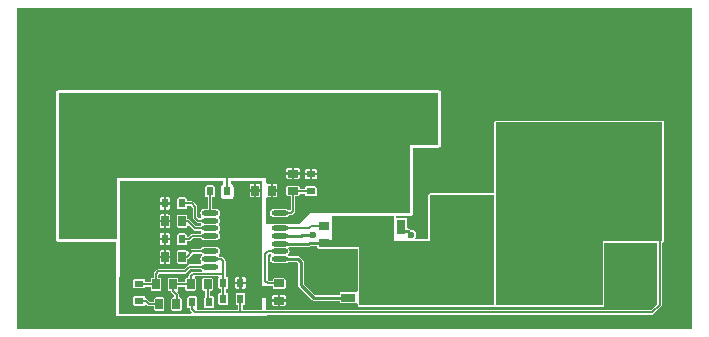
<source format=gtl>
G04 Layer_Physical_Order=1*
G04 Layer_Color=255*
%FSTAX44Y44*%
%MOMM*%
G71*
G01*
G75*
G04:AMPARAMS|DCode=10|XSize=0.85mm|YSize=0.6mm|CornerRadius=0.003mm|HoleSize=0mm|Usage=FLASHONLY|Rotation=90.000|XOffset=0mm|YOffset=0mm|HoleType=Round|Shape=RoundedRectangle|*
%AMROUNDEDRECTD10*
21,1,0.8500,0.5940,0,0,90.0*
21,1,0.8440,0.6000,0,0,90.0*
1,1,0.0060,0.2970,0.4220*
1,1,0.0060,0.2970,-0.4220*
1,1,0.0060,-0.2970,-0.4220*
1,1,0.0060,-0.2970,0.4220*
%
%ADD10ROUNDEDRECTD10*%
G04:AMPARAMS|DCode=11|XSize=0.85mm|YSize=0.6mm|CornerRadius=0.003mm|HoleSize=0mm|Usage=FLASHONLY|Rotation=180.000|XOffset=0mm|YOffset=0mm|HoleType=Round|Shape=RoundedRectangle|*
%AMROUNDEDRECTD11*
21,1,0.8500,0.5940,0,0,180.0*
21,1,0.8440,0.6000,0,0,180.0*
1,1,0.0060,-0.4220,0.2970*
1,1,0.0060,0.4220,0.2970*
1,1,0.0060,0.4220,-0.2970*
1,1,0.0060,-0.4220,-0.2970*
%
%ADD11ROUNDEDRECTD11*%
%ADD12R,1.8500X3.2500*%
%ADD13R,1.9500X4.2500*%
G04:AMPARAMS|DCode=14|XSize=2.1mm|YSize=4.2mm|CornerRadius=0.0105mm|HoleSize=0mm|Usage=FLASHONLY|Rotation=180.000|XOffset=0mm|YOffset=0mm|HoleType=Round|Shape=RoundedRectangle|*
%AMROUNDEDRECTD14*
21,1,2.1000,4.1790,0,0,180.0*
21,1,2.0790,4.2000,0,0,180.0*
1,1,0.0210,-1.0395,2.0895*
1,1,0.0210,1.0395,2.0895*
1,1,0.0210,1.0395,-2.0895*
1,1,0.0210,-1.0395,-2.0895*
%
%ADD14ROUNDEDRECTD14*%
G04:AMPARAMS|DCode=15|XSize=8.2mm|YSize=3.3mm|CornerRadius=0.0165mm|HoleSize=0mm|Usage=FLASHONLY|Rotation=90.000|XOffset=0mm|YOffset=0mm|HoleType=Round|Shape=RoundedRectangle|*
%AMROUNDEDRECTD15*
21,1,8.2000,3.2670,0,0,90.0*
21,1,8.1670,3.3000,0,0,90.0*
1,1,0.0330,1.6335,4.0835*
1,1,0.0330,1.6335,-4.0835*
1,1,0.0330,-1.6335,-4.0835*
1,1,0.0330,-1.6335,4.0835*
%
%ADD15ROUNDEDRECTD15*%
%ADD16R,0.6500X1.2000*%
%ADD17R,1.2000X0.6500*%
G04:AMPARAMS|DCode=18|XSize=0.75mm|YSize=0.55mm|CornerRadius=0.0028mm|HoleSize=0mm|Usage=FLASHONLY|Rotation=90.000|XOffset=0mm|YOffset=0mm|HoleType=Round|Shape=RoundedRectangle|*
%AMROUNDEDRECTD18*
21,1,0.7500,0.5445,0,0,90.0*
21,1,0.7445,0.5500,0,0,90.0*
1,1,0.0055,0.2722,0.3723*
1,1,0.0055,0.2722,-0.3723*
1,1,0.0055,-0.2722,-0.3723*
1,1,0.0055,-0.2722,0.3723*
%
%ADD18ROUNDEDRECTD18*%
G04:AMPARAMS|DCode=19|XSize=0.75mm|YSize=0.55mm|CornerRadius=0.0028mm|HoleSize=0mm|Usage=FLASHONLY|Rotation=0.000|XOffset=0mm|YOffset=0mm|HoleType=Round|Shape=RoundedRectangle|*
%AMROUNDEDRECTD19*
21,1,0.7500,0.5445,0,0,0.0*
21,1,0.7445,0.5500,0,0,0.0*
1,1,0.0055,0.3723,-0.2722*
1,1,0.0055,-0.3723,-0.2722*
1,1,0.0055,-0.3723,0.2722*
1,1,0.0055,0.3723,0.2722*
%
%ADD19ROUNDEDRECTD19*%
%ADD20R,2.4600X2.3100*%
%ADD21O,1.4000X0.4500*%
%ADD22C,0.2540*%
%ADD23C,0.1270*%
%ADD24C,1.0000*%
%ADD25C,2.5000*%
G04:AMPARAMS|DCode=26|XSize=2.5mm|YSize=2.5mm|CornerRadius=0.625mm|HoleSize=0mm|Usage=FLASHONLY|Rotation=90.000|XOffset=0mm|YOffset=0mm|HoleType=Round|Shape=RoundedRectangle|*
%AMROUNDEDRECTD26*
21,1,2.5000,1.2500,0,0,90.0*
21,1,1.2500,2.5000,0,0,90.0*
1,1,1.2500,0.6250,0.6250*
1,1,1.2500,0.6250,-0.6250*
1,1,1.2500,-0.6250,-0.6250*
1,1,1.2500,-0.6250,0.6250*
%
%ADD26ROUNDEDRECTD26*%
%ADD27C,0.6000*%
%ADD28C,0.5000*%
G36*
X07024Y08584D02*
Y0854D01*
X0700009Y0854D01*
Y08482D01*
X06915781Y08482D01*
X06906868Y08472443D01*
X06895544Y08472553D01*
X0689475Y08472711D01*
X0688525D01*
X06884976Y08472657D01*
X0687875Y08472718D01*
X0687875Y08494724D01*
X06879876Y08495437D01*
X0688002Y08495448D01*
X0688053Y08495346D01*
X06882484D01*
Y08501151D01*
Y08506955D01*
X0688053D01*
X0688002Y08506854D01*
X06879876Y08506865D01*
X0687875Y08507578D01*
X0687875Y085115D01*
X068275Y085115D01*
X0675225D01*
Y0846D01*
X06703D01*
Y08584D01*
X07024Y08584D01*
D02*
G37*
G36*
X07071Y08404D02*
X0695725Y08404D01*
X0695725Y0845325D01*
X06923Y0845325D01*
X06923Y084595D01*
X0693399Y08459501D01*
X06934068Y08480001D01*
X069865Y0848D01*
Y084585D01*
X07017D01*
Y0849751D01*
X07071D01*
X07071Y08404D01*
D02*
G37*
G36*
X06921625Y0845325D02*
X06921833Y0845275D01*
X06922028Y08452278D01*
X06922028Y08452278D01*
X06922028Y08452278D01*
X069225Y08452083D01*
X06923Y08451876D01*
X06955875Y08451875D01*
X06955875Y08416027D01*
X06954605Y08415007D01*
X0694073D01*
Y08413077D01*
X06920085D01*
X0691083Y08422332D01*
Y08440259D01*
X06910633Y08441251D01*
X06910071Y0844209D01*
X06907209Y08444954D01*
X06906368Y08445515D01*
X06905377Y08445712D01*
X06897728D01*
X06897195Y08446848D01*
X06897335Y08447156D01*
X06898066Y08448249D01*
X06898339Y08449622D01*
X06898066Y08450996D01*
X06897288Y0845216D01*
X06897897Y08453281D01*
X06898106Y08453533D01*
X06914373D01*
X06915364Y0845373D01*
X0691569Y08453948D01*
X06921625D01*
X06921625Y0845325D01*
D02*
G37*
G36*
X07214Y0845825D02*
X0716325D01*
Y08404D01*
X07073D01*
Y08559D01*
X07214D01*
Y0845825D01*
D02*
G37*
G36*
X07209808Y08405189D02*
X07204561Y08399942D01*
X06878D01*
Y08420016D01*
X06879262Y08420701D01*
X06880005Y08420552D01*
X06880005Y08420552D01*
X06883873D01*
Y08419525D01*
X06884285Y0841853D01*
X0688528Y08418118D01*
X0689372D01*
X06894715Y0841853D01*
X06895127Y08419525D01*
Y08425465D01*
X06894715Y0842646D01*
X0689372Y08426872D01*
X0688528D01*
X06884285Y0842646D01*
X06883873Y08425465D01*
Y08424437D01*
X06880809D01*
X06879692Y08425554D01*
Y08446445D01*
X06880927Y0844768D01*
X06882314D01*
X06882712Y08447085D01*
X06882828Y08447007D01*
Y08445947D01*
X06882665Y08445589D01*
X06881934Y08444496D01*
X06881661Y08443123D01*
X06881934Y08441749D01*
X06882712Y08440585D01*
X06883876Y08439807D01*
X0688525Y08439534D01*
X0689475D01*
X06896124Y08439807D01*
X0689721Y08440533D01*
X06904305D01*
X06905651Y08439187D01*
Y0842126D01*
X06905848Y08420269D01*
X06906409Y08419428D01*
X06917181Y08408656D01*
X06918022Y08408094D01*
X06919013Y08407897D01*
X0694073D01*
Y08405967D01*
X0695527D01*
X06955875Y08404948D01*
Y08404D01*
X06956278Y08403028D01*
X0695725Y08402625D01*
X07071Y08402625D01*
X07072028Y08403028D01*
X07073Y08402625D01*
X0716325D01*
X07164222Y08403028D01*
X07164625Y08404D01*
Y08456876D01*
X07209808D01*
Y08405189D01*
D02*
G37*
G36*
X06842263Y0850891D02*
Y08506741D01*
X06841776Y08506644D01*
X06840927Y08506077D01*
X06840359Y08505227D01*
X0684016Y08504225D01*
Y0849678D01*
X06840359Y08495779D01*
X06840927Y08494929D01*
X06841776Y08494362D01*
X06842778Y08494163D01*
X06848223D01*
X06849224Y08494362D01*
X06850073Y08494929D01*
X06850641Y08495779D01*
X0685084Y0849678D01*
Y08504225D01*
X06850641Y08505227D01*
X06850073Y08506077D01*
X06849224Y08506644D01*
X06848737Y08506741D01*
Y0850891D01*
X06875Y0850891D01*
Y08399942D01*
X06858692D01*
Y08404147D01*
X06859473D01*
X06860466Y08404557D01*
X06860877Y08405551D01*
Y08412996D01*
X06860466Y08413989D01*
X06859473Y084144D01*
X06854028D01*
X06853035Y08413989D01*
X06852623Y08412996D01*
Y08405551D01*
X06853035Y08404557D01*
X06854028Y08404147D01*
X06854808D01*
Y08399942D01*
X06820068D01*
X06819678Y08400443D01*
X06819547Y08401764D01*
X06819958Y08402757D01*
Y08410202D01*
X06819547Y08411195D01*
X06818554Y08411606D01*
X06813109D01*
X06812116Y08411195D01*
X06811705Y08410202D01*
Y08402757D01*
X06812116Y08401764D01*
X06813109Y08401353D01*
X06813889D01*
Y08400419D01*
X06814037Y08399675D01*
X06814458Y08399045D01*
X0681558Y08397924D01*
X06815094Y0839675D01*
X06754974D01*
X06754078Y08397651D01*
X067545Y08458796D01*
X06754642Y08459009D01*
X0675484Y0846D01*
Y08508017D01*
X06754846Y0850891D01*
X068275D01*
X06842263Y0850891D01*
D02*
G37*
G36*
X0723907Y08383929D02*
X06879271D01*
X06878Y08383929D01*
X06878Y0839376D01*
X06878137Y08394973D01*
X06878936Y08396058D01*
X07205366D01*
X07206108Y08396205D01*
X07206739Y08396627D01*
X07213123Y08403011D01*
X07213123Y08403011D01*
X07213544Y08403641D01*
X07213692Y08404385D01*
Y08456876D01*
X07214D01*
X07214972Y08457278D01*
X07215375Y0845825D01*
Y08559D01*
X07214972Y08559972D01*
X07214Y08560375D01*
X07073D01*
X07072028Y08559972D01*
X07071625Y08559D01*
Y08499303D01*
X07071Y08498885D01*
X07017D01*
X07016028Y08498483D01*
X07015626Y0849751D01*
Y08459875D01*
X07004998D01*
X07004395Y08461144D01*
X07005022Y08462084D01*
X07005353Y0846375D01*
X07005022Y08465416D01*
X07004078Y08466829D01*
X07002666Y08467772D01*
X07001Y08468104D01*
X07000424Y08467989D01*
X07000081Y08468331D01*
X06999241Y08468893D01*
X0699825Y0846909D01*
X0699757D01*
Y0847752D01*
X06989163D01*
X06988364Y08478721D01*
X0698865Y0847941D01*
X0700009Y0847941D01*
X07001081Y08479608D01*
X07001921Y08480169D01*
X07002482Y08481009D01*
X07002679Y08482D01*
Y0853741D01*
X07024Y0853741D01*
X07024991Y08537607D01*
X07025831Y08538169D01*
X07026393Y08539009D01*
X0702659Y0854D01*
Y08584D01*
X07026393Y08584991D01*
X07025831Y08585831D01*
X07024991Y08586393D01*
X07024Y0858659D01*
X06703Y0858659D01*
X06702009Y08586393D01*
X06701169Y08585831D01*
X06700607Y08584991D01*
X0670041Y08584D01*
Y0846D01*
X06700607Y08459009D01*
X06701169Y08458169D01*
X06702009Y08457607D01*
X06703Y0845741D01*
X06751D01*
Y0839525D01*
X06876922Y0839525D01*
X06878Y08394788D01*
X06878Y08394543D01*
Y08383929D01*
X06667429D01*
Y08655571D01*
X0723907D01*
Y08383929D01*
D02*
G37*
%LPC*%
G36*
X06905455Y08520054D02*
X06902252D01*
Y08516516D01*
X06907039D01*
Y0851847D01*
X06906919Y08519077D01*
X06906575Y0851959D01*
X06906061Y08519934D01*
X06905455Y08520054D01*
D02*
G37*
G36*
X0690022D02*
X06897015D01*
X06896409Y08519934D01*
X06895895Y0851959D01*
X06895551Y08519077D01*
X0689543Y0851847D01*
Y08516516D01*
X0690022D01*
Y08520054D01*
D02*
G37*
G36*
X06920073Y08519304D02*
X06917366D01*
Y08516016D01*
X06921655D01*
Y08517723D01*
X06921534Y08518328D01*
X06921191Y08518841D01*
X06920678Y08519184D01*
X06920073Y08519304D01*
D02*
G37*
G36*
X06915334D02*
X06912628D01*
X06912023Y08519184D01*
X06911509Y08518841D01*
X06911166Y08518328D01*
X06911046Y08517723D01*
Y08516016D01*
X06915334D01*
Y08519304D01*
D02*
G37*
G36*
X06907039Y08514484D02*
X06902252D01*
Y08510945D01*
X06905455D01*
X06906061Y08511066D01*
X06906575Y08511409D01*
X06906919Y08511924D01*
X06907039Y0851253D01*
Y08514484D01*
D02*
G37*
G36*
X0690022D02*
X0689543D01*
Y0851253D01*
X06895551Y08511924D01*
X06895895Y08511409D01*
X06896409Y08511066D01*
X06897015Y08510945D01*
X0690022D01*
Y08514484D01*
D02*
G37*
G36*
X06921655Y08513984D02*
X06917366D01*
Y08510696D01*
X06920073D01*
X06920678Y08510816D01*
X06921191Y08511159D01*
X06921534Y08511672D01*
X06921655Y08512277D01*
Y08513984D01*
D02*
G37*
G36*
X06915334D02*
X06911046D01*
Y08512277D01*
X06911166Y08511672D01*
X06911509Y08511159D01*
X06912023Y08510816D01*
X06912628Y08510696D01*
X06915334D01*
Y08513984D01*
D02*
G37*
G36*
X0688647Y08506955D02*
X06884516D01*
Y08502167D01*
X06888054D01*
Y08505371D01*
X06887934Y08505977D01*
X0688759Y08506491D01*
X06887076Y08506835D01*
X0688647Y08506955D01*
D02*
G37*
G36*
X06905455Y08505377D02*
X06897015D01*
X0689602Y08504965D01*
X06895608Y0850397D01*
Y0849803D01*
X0689602Y08497035D01*
X06897015Y08496623D01*
X06899293D01*
Y08485407D01*
X06898581Y08484734D01*
X06897288Y0848466D01*
X06896124Y08485438D01*
X0689475Y08485712D01*
X0688525D01*
X06883876Y08485438D01*
X06882712Y0848466D01*
X06881934Y08483496D01*
X06881661Y08482123D01*
X06881934Y08480749D01*
X06882712Y08479585D01*
X06883876Y08478807D01*
X0688525Y08478533D01*
X0689475D01*
X06896124Y08478807D01*
X06897288Y08479585D01*
X06897686Y0848018D01*
X06899373D01*
X06900116Y08480328D01*
X06900746Y08480749D01*
X06902608Y08482612D01*
X06902609Y08482612D01*
X0690303Y08483242D01*
X06903177Y08483985D01*
Y08496623D01*
X06905455D01*
X0690645Y08497035D01*
X06906862Y0849803D01*
Y08498558D01*
X06911224D01*
Y08497778D01*
X06911635Y08496785D01*
X06912628Y08496373D01*
X06920073D01*
X06921066Y08496785D01*
X06921478Y08497778D01*
Y08503223D01*
X06921066Y08504216D01*
X06920073Y08504627D01*
X06912628D01*
X06911635Y08504216D01*
X06911224Y08503223D01*
Y08502442D01*
X06906862D01*
Y0850397D01*
X0690645Y08504965D01*
X06905455Y08505377D01*
D02*
G37*
G36*
X06888054Y08500135D02*
X06884516D01*
Y08495346D01*
X0688647D01*
X06887076Y08495467D01*
X0688759Y08495811D01*
X06887934Y08496324D01*
X06888054Y08496931D01*
Y08500135D01*
D02*
G37*
G36*
X0689372Y08412549D02*
X06890516D01*
Y08409011D01*
X06895305D01*
Y08410965D01*
X06895184Y08411571D01*
X06894841Y08412086D01*
X06894326Y08412429D01*
X0689372Y08412549D01*
D02*
G37*
G36*
X06888484D02*
X0688528D01*
X06884673Y08412429D01*
X0688416Y08412086D01*
X06883816Y08411571D01*
X06883696Y08410965D01*
Y08409011D01*
X06888484D01*
Y08412549D01*
D02*
G37*
G36*
X06895305Y08406979D02*
X06890516D01*
Y08403441D01*
X0689372D01*
X06894326Y08403561D01*
X06894841Y08403904D01*
X06895184Y08404418D01*
X06895305Y08405025D01*
Y08406979D01*
D02*
G37*
G36*
X06888484D02*
X06883696D01*
Y08405025D01*
X06883816Y08404418D01*
X0688416Y08403904D01*
X06884673Y08403561D01*
X0688528Y08403441D01*
X06888484D01*
Y08406979D01*
D02*
G37*
G36*
X0687197Y08506955D02*
X06870016D01*
Y08502167D01*
X06873555D01*
Y08505371D01*
X06873434Y08505977D01*
X0687309Y08506491D01*
X06872576Y08506835D01*
X0687197Y08506955D01*
D02*
G37*
G36*
X06867983D02*
X0686603D01*
X06865424Y08506835D01*
X0686491Y08506491D01*
X06864566Y08505977D01*
X06864446Y08505371D01*
Y08502167D01*
X06867983D01*
Y08506955D01*
D02*
G37*
G36*
X06873555Y08500135D02*
X06870016D01*
Y08495346D01*
X0687197D01*
X06872576Y08495467D01*
X0687309Y08495811D01*
X06873434Y08496324D01*
X06873555Y08496931D01*
Y08500135D01*
D02*
G37*
G36*
X06867983D02*
X06864446D01*
Y08496931D01*
X06864566Y08496324D01*
X0686491Y08495811D01*
X06865424Y08495467D01*
X0686603Y08495346D01*
X06867983D01*
Y08500135D01*
D02*
G37*
G36*
X06795472Y08495535D02*
X06793766D01*
Y08491247D01*
X06797054D01*
Y08493954D01*
X06796934Y08494559D01*
X06796591Y08495072D01*
X06796078Y08495415D01*
X06795472Y08495535D01*
D02*
G37*
G36*
X06791734D02*
X06790027D01*
X06789422Y08495415D01*
X06788909Y08495072D01*
X06788566Y08494559D01*
X06788445Y08493954D01*
Y08491247D01*
X06791734D01*
Y08495535D01*
D02*
G37*
G36*
X06797054Y08489215D02*
X06793766D01*
Y08484927D01*
X06795472D01*
X06796078Y08485047D01*
X06796591Y0848539D01*
X06796934Y08485903D01*
X06797054Y08486509D01*
Y08489215D01*
D02*
G37*
G36*
X06791734D02*
X06788445D01*
Y08486509D01*
X06788566Y08485903D01*
X06788909Y0848539D01*
X06789422Y08485047D01*
X06790027Y08484927D01*
X06791734D01*
Y08489215D01*
D02*
G37*
G36*
X06833723Y0850563D02*
X06828278D01*
X06827285Y08505219D01*
X06826873Y08504225D01*
Y0849678D01*
X06827285Y08495787D01*
X06828278Y08495376D01*
X06829058D01*
Y08485712D01*
X0682625D01*
X06824877Y08485438D01*
X06823712Y0848466D01*
X06822935Y08483496D01*
X06822661Y08482123D01*
X06822935Y08480749D01*
X06823712Y08479585D01*
X06823582Y0847836D01*
X06822917Y0847765D01*
X06821609Y08477637D01*
X06820192Y08479055D01*
Y0848725D01*
X06820045Y08487993D01*
X06819623Y08488624D01*
X06816642Y08491605D01*
X06816012Y08492026D01*
X06815269Y08492173D01*
X06811377D01*
Y08493954D01*
X06810966Y08494947D01*
X06809973Y08495358D01*
X06804528D01*
X06803535Y08494947D01*
X06803123Y08493954D01*
Y08486509D01*
X06803535Y08485516D01*
X06804528Y08485104D01*
X06809973D01*
X06810966Y08485516D01*
X06811377Y08486509D01*
Y08488289D01*
X06814464D01*
X06816308Y08486445D01*
Y0847825D01*
X06816456Y08477507D01*
X06816877Y08476877D01*
X06819504Y08474249D01*
X06820134Y08473828D01*
X06820878Y0847368D01*
X06823314D01*
X06823712Y08473085D01*
X06823582Y0847186D01*
X06822836Y08471065D01*
X06819182D01*
X06813758Y08476489D01*
X06813128Y0847691D01*
X06812385Y08477057D01*
X06811627D01*
Y08479335D01*
X06811215Y0848033D01*
X0681022Y08480743D01*
X0680428D01*
X06803285Y0848033D01*
X06802873Y08479335D01*
Y08470895D01*
X06803285Y08469901D01*
X0680428Y08469489D01*
X0681022D01*
X06811215Y08469901D01*
X06811627Y08470895D01*
Y08471467D01*
X068128Y08471953D01*
X06817004Y08467749D01*
X06817634Y08467328D01*
X06818378Y0846718D01*
X06823314D01*
X06823712Y08466584D01*
X06823582Y0846536D01*
X06822836Y08464565D01*
X06815872D01*
X06815129Y08464417D01*
X06814499Y08463996D01*
X06812647Y08462144D01*
X06811377Y08462429D01*
Y08463723D01*
X06810966Y08464716D01*
X06809973Y08465127D01*
X06804528D01*
X06803535Y08464716D01*
X06803123Y08463723D01*
Y08456277D01*
X06803535Y08455284D01*
X06804528Y08454873D01*
X06809973D01*
X06810966Y08455284D01*
X06811377Y08456277D01*
Y08458058D01*
X0681325D01*
X06813994Y08458206D01*
X06814623Y08458627D01*
X06816677Y0846068D01*
X06823314D01*
X06823712Y08460085D01*
X06824877Y08459307D01*
X0682625Y08459033D01*
X0683575D01*
X06837123Y08459307D01*
X06838288Y08460085D01*
X06839066Y08461249D01*
X06839339Y08462623D01*
X06839066Y08463996D01*
X06838288Y0846516D01*
X06838172Y08465237D01*
Y08466508D01*
X06838288Y08466584D01*
X06839066Y08467749D01*
X06839339Y08469122D01*
X06839066Y08470496D01*
X06838336Y08471589D01*
X06838172Y08471947D01*
Y08472798D01*
X06838336Y08473156D01*
X06839066Y08474249D01*
X06839339Y08475623D01*
X06839066Y08476996D01*
X06838288Y0847816D01*
X06838172Y08478237D01*
Y08479507D01*
X06838288Y08479585D01*
X06839066Y08480749D01*
X06839339Y08482123D01*
X06839066Y08483496D01*
X06838288Y0848466D01*
X06837123Y08485438D01*
X0683575Y08485712D01*
X06832943D01*
Y08495376D01*
X06833723D01*
X06834716Y08495787D01*
X06835127Y0849678D01*
Y08504225D01*
X06834716Y08505219D01*
X06833723Y0850563D01*
D02*
G37*
G36*
X0679572Y0848092D02*
X06793766D01*
Y08476131D01*
X06797305D01*
Y08479335D01*
X06797184Y08479942D01*
X0679684Y08480456D01*
X06796326Y084808D01*
X0679572Y0848092D01*
D02*
G37*
G36*
X06791733D02*
X0678978D01*
X06789174Y084808D01*
X0678866Y08480456D01*
X06788316Y08479942D01*
X06788196Y08479335D01*
Y08476131D01*
X06791733D01*
Y0848092D01*
D02*
G37*
G36*
X06797305Y08474099D02*
X06793766D01*
Y08469311D01*
X0679572D01*
X06796326Y08469432D01*
X0679684Y08469775D01*
X06797184Y08470289D01*
X06797305Y08470895D01*
Y08474099D01*
D02*
G37*
G36*
X06791733D02*
X06788196D01*
Y08470895D01*
X06788316Y08470289D01*
X0678866Y08469775D01*
X06789174Y08469432D01*
X0678978Y08469311D01*
X06791733D01*
Y08474099D01*
D02*
G37*
G36*
X06795472Y08465305D02*
X06793766D01*
Y08461016D01*
X06797054D01*
Y08463723D01*
X06796934Y08464328D01*
X06796591Y08464841D01*
X06796078Y08465184D01*
X06795472Y08465305D01*
D02*
G37*
G36*
X06791735D02*
X06790027D01*
X06789422Y08465184D01*
X06788909Y08464841D01*
X06788566Y08464328D01*
X06788445Y08463723D01*
Y08461016D01*
X06791735D01*
Y08465305D01*
D02*
G37*
G36*
X06797054Y08458984D02*
X06793766D01*
Y08454695D01*
X06795472D01*
X06796078Y08454816D01*
X06796591Y08455159D01*
X06796934Y08455672D01*
X06797054Y08456277D01*
Y08458984D01*
D02*
G37*
G36*
X06791735D02*
X06788445D01*
Y08456277D01*
X06788566Y08455672D01*
X06788909Y08455159D01*
X06789422Y08454816D01*
X06790027Y08454695D01*
X06791735D01*
Y08458984D01*
D02*
G37*
G36*
X0683575Y08453212D02*
X0682625D01*
X06824877Y08452938D01*
X06823712Y0845216D01*
X06823314Y08451565D01*
X06815872D01*
X06815129Y08451417D01*
X06814499Y08450996D01*
X068128Y08449297D01*
X06811388Y08449681D01*
X06811215Y08450099D01*
X0681022Y08450511D01*
X0680428D01*
X06803285Y08450099D01*
X06802873Y08449105D01*
Y08440665D01*
X06803285Y0843967D01*
X0680428Y08439257D01*
X0681022D01*
X06811215Y0843967D01*
X06811627Y08440665D01*
Y0844304D01*
X06811878Y0844309D01*
X06812508Y08443511D01*
X06816677Y0844768D01*
X06823314D01*
X06823712Y08447085D01*
X06823828Y08447007D01*
Y08445947D01*
X06823665Y08445589D01*
X06822935Y08444496D01*
X06822661Y08443123D01*
X06822935Y08441749D01*
X06823712Y08440585D01*
X06823582Y0843936D01*
X06822836Y08438565D01*
X06813373D01*
X06813373Y08438565D01*
X06812629Y08438417D01*
X06811999Y08437996D01*
X06811999Y08437996D01*
X06808696Y08434692D01*
X0678725D01*
X06786507Y08434545D01*
X06785876Y08434124D01*
X06783848Y08432095D01*
X06783428Y08431465D01*
X06783279Y08430722D01*
Y08427222D01*
X06782252D01*
X06781257Y0842681D01*
X06780845Y08425815D01*
Y08423538D01*
X06776133D01*
Y08425099D01*
X06775722Y08426093D01*
X06774729Y08426504D01*
X06767284D01*
X06766291Y08426093D01*
X0676588Y08425099D01*
Y08419655D01*
X06766291Y08418661D01*
X06767284Y0841825D01*
X06774729D01*
X06775722Y08418661D01*
X06776132Y08419653D01*
X06780845D01*
Y08417375D01*
X06781257Y0841638D01*
X06782252Y08415968D01*
X06788192D01*
X06789187Y0841638D01*
X06789599Y08417375D01*
Y08425815D01*
X06789187Y0842681D01*
X06788192Y08427222D01*
X06787164D01*
Y08429918D01*
X06788054Y08430807D01*
X068095D01*
X06810244Y08430955D01*
X06810873Y08431376D01*
X06814177Y0843468D01*
X06823314D01*
X06823712Y08434084D01*
X06824269Y08433712D01*
X06823884Y08432442D01*
X068165D01*
X06815757Y08432294D01*
X06815126Y08431873D01*
X06813061Y08429808D01*
X0681264Y08429178D01*
X06812492Y08428434D01*
Y08427222D01*
X06811464D01*
X06810469Y0842681D01*
X06810057Y08425815D01*
Y08423538D01*
X06804099D01*
Y08425815D01*
X06803687Y0842681D01*
X06802692Y08427222D01*
X06796752D01*
X06795757Y0842681D01*
X06795345Y08425815D01*
Y08417375D01*
X06795757Y0841638D01*
X06796752Y08415968D01*
X0679778D01*
Y08415778D01*
X06797927Y08415035D01*
X06798348Y08414405D01*
X06800773Y08411979D01*
X06800372Y08410709D01*
X06799546D01*
X06798551Y08410297D01*
X06798139Y08409302D01*
Y08400862D01*
X06798551Y08399868D01*
X06799546Y08399456D01*
X06805486D01*
X06806481Y08399868D01*
X06806893Y08400862D01*
Y08409302D01*
X06806481Y08410297D01*
X06805486Y08410709D01*
X06804942D01*
Y084125D01*
X06804794Y08413243D01*
X06804373Y08413873D01*
X06803372Y08414875D01*
X0680367Y08416373D01*
X06803687Y0841638D01*
X06804099Y08417375D01*
Y08419653D01*
X06810057D01*
Y08417375D01*
X06810469Y0841638D01*
X06811464Y08415968D01*
X06817405D01*
X068184Y0841638D01*
X06818812Y08417375D01*
Y08425815D01*
X068184Y0842681D01*
X0681821Y08428263D01*
X0681835Y08428483D01*
X06818511Y08428558D01*
X06837725D01*
X06838361Y08427288D01*
X06838123Y08426714D01*
Y08419269D01*
X06838535Y08418276D01*
X06839528Y08417865D01*
X06840308D01*
Y084144D01*
X06839528D01*
X06838535Y08413989D01*
X06838123Y08412996D01*
Y08405551D01*
X06838535Y08404557D01*
X06839528Y08404147D01*
X06844973D01*
X06845966Y08404557D01*
X06846377Y08405551D01*
Y08412996D01*
X06845966Y08413989D01*
X06844973Y084144D01*
X06844193D01*
Y08417865D01*
X06844973D01*
X06845966Y08418276D01*
X06846377Y08419269D01*
Y08426714D01*
X06845966Y08427708D01*
X06844973Y08428119D01*
X06844193D01*
Y0844125D01*
X06844045Y08441993D01*
X06843624Y08442623D01*
X06841751Y08444496D01*
X06841121Y08444917D01*
X06840378Y08445065D01*
X06838685D01*
X06838288Y0844566D01*
X06838172Y08445737D01*
Y08446798D01*
X06838336Y08447156D01*
X06839066Y08448249D01*
X06839339Y08449622D01*
X06839066Y08450996D01*
X06838288Y0845216D01*
X06837123Y08452938D01*
X0683575Y08453212D01*
D02*
G37*
G36*
X0679572Y08450689D02*
X06793766D01*
Y08445901D01*
X06797305D01*
Y08449105D01*
X06797184Y08449711D01*
X0679684Y08450225D01*
X06796326Y08450568D01*
X0679572Y08450689D01*
D02*
G37*
G36*
X06791734D02*
X0678978D01*
X06789174Y08450568D01*
X0678866Y08450225D01*
X06788316Y08449711D01*
X06788196Y08449105D01*
Y08445901D01*
X06791734D01*
Y08450689D01*
D02*
G37*
G36*
X06797305Y08443868D02*
X06793766D01*
Y0843908D01*
X0679572D01*
X06796326Y084392D01*
X0679684Y08439544D01*
X06797184Y08440058D01*
X06797305Y08440665D01*
Y08443868D01*
D02*
G37*
G36*
X06791734D02*
X06788196D01*
Y08440665D01*
X06788316Y08440058D01*
X0678866Y08439544D01*
X06789174Y084392D01*
X0678978Y0843908D01*
X06791734D01*
Y08443868D01*
D02*
G37*
G36*
X06859473Y08428297D02*
X06857766D01*
Y08424008D01*
X06861055D01*
Y08426714D01*
X06860934Y0842732D01*
X06860591Y08427833D01*
X06860078Y08428176D01*
X06859473Y08428297D01*
D02*
G37*
G36*
X06855734D02*
X06854028D01*
X06853422Y08428176D01*
X06852909Y08427833D01*
X06852566Y0842732D01*
X06852446Y08426714D01*
Y08424008D01*
X06855734D01*
Y08428297D01*
D02*
G37*
G36*
X06861055Y08421976D02*
X06857766D01*
Y08417687D01*
X06859473D01*
X06860078Y08417808D01*
X06860591Y08418151D01*
X06860934Y08418664D01*
X06861055Y08419269D01*
Y08421976D01*
D02*
G37*
G36*
X06855734D02*
X06852446D01*
Y08419269D01*
X06852566Y08418664D01*
X06852909Y08418151D01*
X06853422Y08417808D01*
X06854028Y08417687D01*
X06855734D01*
Y08421976D01*
D02*
G37*
G36*
X06831904Y08427222D02*
X06825964D01*
X06824969Y0842681D01*
X06824557Y08425815D01*
Y08417375D01*
X06824969Y0841638D01*
X06825964Y08415968D01*
X06826992D01*
Y08411351D01*
X06826616Y08411195D01*
X06826205Y08410202D01*
Y08402757D01*
X06826616Y08401764D01*
X06827609Y08401353D01*
X06833054D01*
X06834047Y08401764D01*
X06834458Y08402757D01*
Y08410202D01*
X06834047Y08411195D01*
X06833054Y08411606D01*
X06830877D01*
Y08415968D01*
X06831904D01*
X06832899Y0841638D01*
X06833312Y08417375D01*
Y08425815D01*
X06832899Y0842681D01*
X06831904Y08427222D01*
D02*
G37*
G36*
X06774729Y08412004D02*
X06767284D01*
X06766291Y08411592D01*
X0676588Y08410599D01*
Y08405154D01*
X06766291Y08404161D01*
X06767284Y0840375D01*
X06774729D01*
X06775722Y08404161D01*
X06775743Y08404213D01*
X06777242Y08404512D01*
X06778044Y08403709D01*
X06778044Y08403709D01*
X06778674Y08403288D01*
X06779418Y0840314D01*
X06783639D01*
Y08400862D01*
X06784051Y08399868D01*
X06785046Y08399456D01*
X06790986D01*
X06791981Y08399868D01*
X06792393Y08400862D01*
Y08409302D01*
X06791981Y08410297D01*
X06790986Y08410709D01*
X06785046D01*
X06784051Y08410297D01*
X06783639Y08409302D01*
Y08407025D01*
X06780222D01*
X06777997Y0840925D01*
X06777366Y08409671D01*
X06776623Y08409819D01*
X06776133D01*
Y08410599D01*
X06775722Y08411592D01*
X06774729Y08412004D01*
D02*
G37*
%LPD*%
D10*
X0680725Y08444885D02*
D03*
X0679275D02*
D03*
X0680725Y08475115D02*
D03*
X0679275D02*
D03*
X06802516Y08405082D02*
D03*
X06788016D02*
D03*
X06799722Y08421595D02*
D03*
X06785222D02*
D03*
X068835Y08501151D02*
D03*
X06869D02*
D03*
X06814434Y08421595D02*
D03*
X06828934D02*
D03*
D11*
X06901235Y085155D02*
D03*
Y08501D02*
D03*
X06927302Y08471038D02*
D03*
Y08456537D02*
D03*
X068895Y08422495D02*
D03*
Y08407995D02*
D03*
D12*
X06932Y08606793D02*
D03*
Y08562792D02*
D03*
X07010043Y08606793D02*
D03*
Y08562792D02*
D03*
D13*
X06718915Y08624575D02*
D03*
Y08536074D02*
D03*
X06834957Y08626884D02*
D03*
Y08538384D02*
D03*
D14*
X07098085Y08604D02*
D03*
Y0853D02*
D03*
X07196127Y08605873D02*
D03*
Y08531873D02*
D03*
D15*
X07095213Y08454127D02*
D03*
X07048213D02*
D03*
D16*
X06953934Y0852644D02*
D03*
X06967396D02*
D03*
X06980604D02*
D03*
X06994066D02*
D03*
X0699305Y0847025D02*
D03*
X0698035D02*
D03*
X0696765D02*
D03*
X0695495D02*
D03*
D17*
X0700419Y08449603D02*
D03*
Y08436141D02*
D03*
Y08422933D02*
D03*
Y08409471D02*
D03*
X06948Y08410487D02*
D03*
Y08423187D02*
D03*
Y08435887D02*
D03*
Y08448587D02*
D03*
D18*
X0680725Y0846D02*
D03*
X0679275D02*
D03*
X0680725Y08490231D02*
D03*
X0679275D02*
D03*
X06831Y08500503D02*
D03*
X068455D02*
D03*
X06815831Y08406479D02*
D03*
X06830331D02*
D03*
X0685675Y08409274D02*
D03*
X0684225D02*
D03*
Y08422992D02*
D03*
X0685675D02*
D03*
D19*
X06916351Y085005D02*
D03*
Y08515D02*
D03*
X06771006Y08422377D02*
D03*
Y08407877D02*
D03*
D20*
X068605Y08459373D02*
D03*
D21*
X0689Y08436622D02*
D03*
Y08443123D02*
D03*
Y08449622D02*
D03*
Y08456122D02*
D03*
Y08462623D02*
D03*
Y08469122D02*
D03*
Y08475623D02*
D03*
Y08482123D02*
D03*
X06831Y08436622D02*
D03*
Y08443123D02*
D03*
Y08449622D02*
D03*
Y08456122D02*
D03*
Y08462623D02*
D03*
Y08469122D02*
D03*
Y08475623D02*
D03*
Y08482123D02*
D03*
D22*
X06919013Y08410487D02*
X06948D01*
X0690824Y0842126D02*
X06919013Y08410487D01*
X0690824Y0842126D02*
Y08440259D01*
X06905377Y08443123D02*
X0690824Y08440259D01*
X0689Y08443123D02*
X06905377D01*
X0689Y08456122D02*
X06914373D01*
X06914788Y08456537D01*
X06909Y0846375D02*
X06918D01*
X06907872Y08462623D02*
X06909Y0846375D01*
X0689Y08462623D02*
X06907872D01*
X06914788Y08456537D02*
X06927302D01*
X0699825Y084665D02*
X07001Y0846375D01*
X0699425Y084665D02*
X0699825D01*
X0699305Y084677D02*
X0699425Y084665D01*
X0699305Y084677D02*
Y0847025D01*
D23*
X06880005Y08422495D02*
X068895D01*
X0687775Y0842475D02*
X06880005Y08422495D01*
X0687775Y0842475D02*
Y0844725D01*
X06880123Y08449622D01*
X0689D01*
X06901235Y08501D02*
X06901735Y085005D01*
X06916351D01*
X0689Y08482123D02*
X06899373D01*
X06901235Y08483985D01*
Y08501D01*
X06815831Y08400419D02*
X0681825Y08398D01*
X0685675D01*
Y08409274D01*
Y08398D02*
X07205366D01*
X0721175Y08404385D01*
Y0845975D01*
X06914373Y08469122D02*
X0691625Y08471D01*
X0689Y08469122D02*
X06914373D01*
X06815831Y08400419D02*
Y08406479D01*
X0678725Y0843275D02*
X068095D01*
X06785222Y08430722D02*
X0678725Y0843275D01*
X06785222Y08421595D02*
Y08430722D01*
X068095Y0843275D02*
X06813373Y08436622D01*
X06831D01*
X0684225Y084305D02*
Y0844125D01*
Y08422992D02*
Y084305D01*
X068165D02*
X0684225D01*
X06814434Y08428434D02*
X068165Y084305D01*
X06814434Y08421595D02*
Y08428434D01*
X06799722Y08421595D02*
X06814434D01*
X06771006Y08422377D02*
X06771788Y08421595D01*
X06785222D01*
X06771006Y08407877D02*
X06776623D01*
X06779418Y08405082D01*
X06788016D01*
X06802516D02*
X06803Y08405566D01*
Y084125D01*
X06799722Y08415778D02*
X06803Y084125D01*
X06799722Y08415778D02*
Y08421595D01*
X06828934Y08407877D02*
X06830331Y08406479D01*
X06828934Y08407877D02*
Y08421595D01*
X0684225Y08409274D02*
Y08422992D01*
X06840378Y08443123D02*
X0684225Y0844125D01*
X06831Y08443123D02*
X06840378D01*
X0680725Y08444885D02*
X06811135D01*
X06815872Y08449622D01*
X06831D01*
X06815872Y08462623D02*
X06831D01*
X0681325Y0846D02*
X06815872Y08462623D01*
X0680725Y0846D02*
X0681325D01*
X06818378Y08469122D02*
X06831D01*
X06812385Y08475115D02*
X06818378Y08469122D01*
X0680725Y08475115D02*
X06812385D01*
X0680725Y08490231D02*
X06815269D01*
X0681825Y0848725D01*
Y0847825D02*
Y0848725D01*
Y0847825D02*
X06820878Y08475623D01*
X06831D01*
Y08482123D02*
Y08500503D01*
X068455D02*
Y0851375D01*
X0691625Y08471D02*
X06927264D01*
X06927302Y08471038D01*
D24*
X06874812Y0841525D02*
X0687875D01*
D25*
X0672625Y08483D02*
D03*
X0718875D02*
D03*
D26*
X0672625Y084322D02*
D03*
X0718875D02*
D03*
D27*
X0723392Y0864616D02*
D03*
Y08636D02*
D03*
Y0862584D02*
D03*
Y0861568D02*
D03*
Y0860552D02*
D03*
Y0859536D02*
D03*
Y085852D02*
D03*
Y0857504D02*
D03*
Y0856488D02*
D03*
Y0855472D02*
D03*
Y0854456D02*
D03*
Y085344D02*
D03*
Y0852424D02*
D03*
Y0851408D02*
D03*
Y0850392D02*
D03*
Y0849376D02*
D03*
Y084836D02*
D03*
Y0847344D02*
D03*
Y0846328D02*
D03*
Y0845312D02*
D03*
Y0844296D02*
D03*
Y084328D02*
D03*
Y0842264D02*
D03*
Y0841248D02*
D03*
Y0840232D02*
D03*
Y0839216D02*
D03*
X0722376Y0864616D02*
D03*
Y08636D02*
D03*
Y0862584D02*
D03*
Y0861568D02*
D03*
Y0860552D02*
D03*
Y0859536D02*
D03*
Y085852D02*
D03*
Y0857504D02*
D03*
Y0856488D02*
D03*
Y0855472D02*
D03*
Y0854456D02*
D03*
Y085344D02*
D03*
Y0852424D02*
D03*
Y0851408D02*
D03*
Y0850392D02*
D03*
Y0849376D02*
D03*
Y084836D02*
D03*
Y0847344D02*
D03*
Y0846328D02*
D03*
Y0845312D02*
D03*
Y0844296D02*
D03*
Y084328D02*
D03*
Y0842264D02*
D03*
Y0841248D02*
D03*
Y0840232D02*
D03*
Y0839216D02*
D03*
X072136Y0864616D02*
D03*
Y08636D02*
D03*
Y0862584D02*
D03*
Y0861568D02*
D03*
Y0860552D02*
D03*
Y0859536D02*
D03*
Y085852D02*
D03*
Y0857504D02*
D03*
Y0856488D02*
D03*
Y0839216D02*
D03*
X0720344Y0864616D02*
D03*
Y08636D02*
D03*
Y0857504D02*
D03*
Y0856488D02*
D03*
Y0845312D02*
D03*
Y0841248D02*
D03*
Y0839216D02*
D03*
X0719328Y0864616D02*
D03*
Y08636D02*
D03*
Y0857504D02*
D03*
Y0856488D02*
D03*
Y0845312D02*
D03*
Y0841248D02*
D03*
Y0839216D02*
D03*
X0718312Y0864616D02*
D03*
Y08636D02*
D03*
Y0857504D02*
D03*
Y0856488D02*
D03*
Y0845312D02*
D03*
Y0841248D02*
D03*
Y0839216D02*
D03*
X0717296Y0864616D02*
D03*
Y08636D02*
D03*
Y0862584D02*
D03*
Y0861568D02*
D03*
Y0860552D02*
D03*
Y0859536D02*
D03*
Y085852D02*
D03*
Y0857504D02*
D03*
Y0856488D02*
D03*
Y0845312D02*
D03*
Y0844296D02*
D03*
Y0841248D02*
D03*
Y0839216D02*
D03*
X071628Y0864616D02*
D03*
Y08636D02*
D03*
Y0862584D02*
D03*
Y0861568D02*
D03*
Y0860552D02*
D03*
Y0859536D02*
D03*
Y085852D02*
D03*
Y0857504D02*
D03*
Y0856488D02*
D03*
Y0839216D02*
D03*
X0715264Y0864616D02*
D03*
Y08636D02*
D03*
Y0862584D02*
D03*
Y0861568D02*
D03*
Y0860552D02*
D03*
Y0859536D02*
D03*
Y085852D02*
D03*
Y0857504D02*
D03*
Y0856488D02*
D03*
Y0839216D02*
D03*
X0714248Y0864616D02*
D03*
Y08636D02*
D03*
Y0862584D02*
D03*
Y0861568D02*
D03*
Y0860552D02*
D03*
Y0859536D02*
D03*
Y085852D02*
D03*
Y0857504D02*
D03*
Y0856488D02*
D03*
Y0839216D02*
D03*
X0713232Y0864616D02*
D03*
Y08636D02*
D03*
Y0862584D02*
D03*
Y0861568D02*
D03*
Y0860552D02*
D03*
Y0859536D02*
D03*
Y085852D02*
D03*
Y0857504D02*
D03*
Y0856488D02*
D03*
Y0839216D02*
D03*
X0712216Y0864616D02*
D03*
Y08636D02*
D03*
Y0862584D02*
D03*
Y0861568D02*
D03*
Y0860552D02*
D03*
Y0859536D02*
D03*
Y085852D02*
D03*
Y0857504D02*
D03*
Y0856488D02*
D03*
Y0839216D02*
D03*
X07112Y0864616D02*
D03*
Y08636D02*
D03*
Y0857504D02*
D03*
Y0856488D02*
D03*
Y0839216D02*
D03*
X0710184Y0864616D02*
D03*
Y08636D02*
D03*
Y0857504D02*
D03*
Y0856488D02*
D03*
Y0839216D02*
D03*
X0709168Y0864616D02*
D03*
Y08636D02*
D03*
Y0857504D02*
D03*
Y0856488D02*
D03*
Y0839216D02*
D03*
X0708152Y0864616D02*
D03*
Y08636D02*
D03*
Y0862584D02*
D03*
Y0861568D02*
D03*
Y0860552D02*
D03*
Y0859536D02*
D03*
Y085852D02*
D03*
Y0857504D02*
D03*
Y0856488D02*
D03*
Y0839216D02*
D03*
X0707136Y0864616D02*
D03*
Y08636D02*
D03*
Y0862584D02*
D03*
Y0861568D02*
D03*
Y0860552D02*
D03*
Y0859536D02*
D03*
Y085852D02*
D03*
Y0857504D02*
D03*
Y0856488D02*
D03*
Y0839216D02*
D03*
X070612Y0864616D02*
D03*
Y08636D02*
D03*
Y0862584D02*
D03*
Y0861568D02*
D03*
Y0860552D02*
D03*
Y0859536D02*
D03*
Y085852D02*
D03*
Y0857504D02*
D03*
Y0856488D02*
D03*
Y0855472D02*
D03*
Y0854456D02*
D03*
Y085344D02*
D03*
Y0852424D02*
D03*
Y0851408D02*
D03*
Y0850392D02*
D03*
Y0839216D02*
D03*
X0705104Y0864616D02*
D03*
Y08636D02*
D03*
Y0862584D02*
D03*
Y0861568D02*
D03*
Y0860552D02*
D03*
Y0859536D02*
D03*
Y085852D02*
D03*
Y0857504D02*
D03*
Y0856488D02*
D03*
Y0855472D02*
D03*
Y0854456D02*
D03*
Y085344D02*
D03*
Y0852424D02*
D03*
Y0851408D02*
D03*
Y0850392D02*
D03*
Y0839216D02*
D03*
X0704088Y0864616D02*
D03*
Y08636D02*
D03*
Y0862584D02*
D03*
Y0861568D02*
D03*
Y0860552D02*
D03*
Y0859536D02*
D03*
Y085852D02*
D03*
Y0857504D02*
D03*
Y0856488D02*
D03*
Y0855472D02*
D03*
Y0854456D02*
D03*
Y085344D02*
D03*
Y0852424D02*
D03*
Y0851408D02*
D03*
Y0850392D02*
D03*
Y0839216D02*
D03*
X0703072Y0864616D02*
D03*
Y08636D02*
D03*
Y0862584D02*
D03*
Y0861568D02*
D03*
Y0860552D02*
D03*
Y0859536D02*
D03*
Y085852D02*
D03*
Y0857504D02*
D03*
Y0856488D02*
D03*
Y0855472D02*
D03*
Y0854456D02*
D03*
Y085344D02*
D03*
Y0852424D02*
D03*
Y0851408D02*
D03*
Y0850392D02*
D03*
Y0839216D02*
D03*
X0702056Y0864616D02*
D03*
Y08636D02*
D03*
Y0852424D02*
D03*
Y0851408D02*
D03*
Y0850392D02*
D03*
Y0839216D02*
D03*
X070104Y0864616D02*
D03*
Y08636D02*
D03*
Y0852424D02*
D03*
Y0851408D02*
D03*
Y0850392D02*
D03*
Y0849376D02*
D03*
Y084836D02*
D03*
Y0847344D02*
D03*
Y0846328D02*
D03*
Y0839216D02*
D03*
X0700024Y0864616D02*
D03*
Y08636D02*
D03*
Y0839216D02*
D03*
X0699008Y0864616D02*
D03*
Y08636D02*
D03*
Y0862584D02*
D03*
Y0861568D02*
D03*
Y0860552D02*
D03*
Y0859536D02*
D03*
Y0839216D02*
D03*
X0697992Y0864616D02*
D03*
Y08636D02*
D03*
Y0862584D02*
D03*
Y0861568D02*
D03*
Y0860552D02*
D03*
Y0859536D02*
D03*
Y0839216D02*
D03*
X0696976Y0864616D02*
D03*
Y08636D02*
D03*
Y0862584D02*
D03*
Y0861568D02*
D03*
Y0860552D02*
D03*
Y0859536D02*
D03*
Y0839216D02*
D03*
X069596Y0864616D02*
D03*
Y08636D02*
D03*
Y0862584D02*
D03*
Y0861568D02*
D03*
Y0860552D02*
D03*
Y0859536D02*
D03*
Y0839216D02*
D03*
X0694944Y0864616D02*
D03*
Y08636D02*
D03*
Y0862584D02*
D03*
Y0861568D02*
D03*
Y0860552D02*
D03*
Y0859536D02*
D03*
Y0839216D02*
D03*
X0693928Y0864616D02*
D03*
Y08636D02*
D03*
Y0839216D02*
D03*
X0692912Y0864616D02*
D03*
Y08636D02*
D03*
Y0844296D02*
D03*
Y084328D02*
D03*
Y0842264D02*
D03*
Y0839216D02*
D03*
X0691896Y0864616D02*
D03*
Y08636D02*
D03*
Y0862584D02*
D03*
Y0844296D02*
D03*
Y084328D02*
D03*
Y0842264D02*
D03*
Y0839216D02*
D03*
X069088Y0864616D02*
D03*
Y08636D02*
D03*
Y0862584D02*
D03*
Y0861568D02*
D03*
Y0860552D02*
D03*
Y0859536D02*
D03*
Y0841248D02*
D03*
Y0839216D02*
D03*
X0689864Y0864616D02*
D03*
Y08636D02*
D03*
Y0862584D02*
D03*
Y0861568D02*
D03*
Y0860552D02*
D03*
Y0859536D02*
D03*
Y0842264D02*
D03*
Y0841248D02*
D03*
Y0839216D02*
D03*
X0688848Y0864616D02*
D03*
Y08636D02*
D03*
Y0862584D02*
D03*
Y0861568D02*
D03*
Y0860552D02*
D03*
Y0859536D02*
D03*
Y0839216D02*
D03*
X0687832Y0864616D02*
D03*
Y08636D02*
D03*
Y0862584D02*
D03*
Y0861568D02*
D03*
Y0860552D02*
D03*
Y0859536D02*
D03*
X0686816Y0864616D02*
D03*
Y08636D02*
D03*
Y0862584D02*
D03*
Y0861568D02*
D03*
Y0860552D02*
D03*
Y0859536D02*
D03*
Y084836D02*
D03*
Y0844296D02*
D03*
Y084328D02*
D03*
Y0842264D02*
D03*
Y0841248D02*
D03*
Y0839216D02*
D03*
X06858Y0864616D02*
D03*
Y08636D02*
D03*
Y0862584D02*
D03*
Y0861568D02*
D03*
Y0860552D02*
D03*
Y0859536D02*
D03*
Y0850392D02*
D03*
Y0849376D02*
D03*
Y084836D02*
D03*
Y0844296D02*
D03*
Y084328D02*
D03*
Y0839216D02*
D03*
X0684784Y0859536D02*
D03*
Y084836D02*
D03*
Y0844296D02*
D03*
Y084328D02*
D03*
Y0839216D02*
D03*
X0683768Y0859536D02*
D03*
Y0849376D02*
D03*
Y0839216D02*
D03*
X0682752Y0859536D02*
D03*
Y0839216D02*
D03*
X0681736Y0864616D02*
D03*
Y08636D02*
D03*
Y0862584D02*
D03*
Y0861568D02*
D03*
Y0860552D02*
D03*
Y0859536D02*
D03*
Y0850392D02*
D03*
Y0839216D02*
D03*
X068072Y0864616D02*
D03*
Y08636D02*
D03*
Y0862584D02*
D03*
Y0861568D02*
D03*
Y0860552D02*
D03*
Y0859536D02*
D03*
Y0850392D02*
D03*
Y0839216D02*
D03*
X0679704Y0864616D02*
D03*
Y08636D02*
D03*
Y0862584D02*
D03*
Y0861568D02*
D03*
Y0860552D02*
D03*
Y0859536D02*
D03*
Y0850392D02*
D03*
Y0839216D02*
D03*
X0678688Y0864616D02*
D03*
Y08636D02*
D03*
Y0862584D02*
D03*
Y0861568D02*
D03*
Y0860552D02*
D03*
Y0859536D02*
D03*
Y0850392D02*
D03*
Y0839216D02*
D03*
X0677672Y0864616D02*
D03*
Y08636D02*
D03*
Y0862584D02*
D03*
Y0861568D02*
D03*
Y0860552D02*
D03*
Y0859536D02*
D03*
Y0850392D02*
D03*
Y0849376D02*
D03*
Y084836D02*
D03*
Y0847344D02*
D03*
Y0846328D02*
D03*
Y0845312D02*
D03*
Y0844296D02*
D03*
Y084328D02*
D03*
Y0839216D02*
D03*
X0676656Y0864616D02*
D03*
Y08636D02*
D03*
Y0862584D02*
D03*
Y0861568D02*
D03*
Y0860552D02*
D03*
Y0859536D02*
D03*
Y0850392D02*
D03*
Y0849376D02*
D03*
Y084836D02*
D03*
Y0847344D02*
D03*
Y0846328D02*
D03*
Y0845312D02*
D03*
Y0844296D02*
D03*
Y084328D02*
D03*
Y0839216D02*
D03*
X067564Y0864616D02*
D03*
Y08636D02*
D03*
Y0862584D02*
D03*
Y0861568D02*
D03*
Y0860552D02*
D03*
Y0859536D02*
D03*
Y0839216D02*
D03*
X0674624Y0864616D02*
D03*
Y08636D02*
D03*
Y0862584D02*
D03*
Y0861568D02*
D03*
Y0860552D02*
D03*
Y0859536D02*
D03*
Y0845312D02*
D03*
Y0844296D02*
D03*
Y084328D02*
D03*
Y0842264D02*
D03*
Y0841248D02*
D03*
Y0840232D02*
D03*
Y0839216D02*
D03*
X0673608Y0864616D02*
D03*
Y08636D02*
D03*
Y0862584D02*
D03*
Y0861568D02*
D03*
Y0860552D02*
D03*
Y0859536D02*
D03*
Y0845312D02*
D03*
Y0841248D02*
D03*
Y0840232D02*
D03*
Y0839216D02*
D03*
X0672592Y0859536D02*
D03*
Y0845312D02*
D03*
Y0841248D02*
D03*
Y0840232D02*
D03*
Y0839216D02*
D03*
X0671576Y0859536D02*
D03*
Y0845312D02*
D03*
Y0841248D02*
D03*
Y0840232D02*
D03*
Y0839216D02*
D03*
X067056Y0859536D02*
D03*
Y0845312D02*
D03*
Y0844296D02*
D03*
Y084328D02*
D03*
Y0842264D02*
D03*
Y0841248D02*
D03*
Y0840232D02*
D03*
Y0839216D02*
D03*
X0669544Y0864616D02*
D03*
Y08636D02*
D03*
Y0862584D02*
D03*
Y0861568D02*
D03*
Y0860552D02*
D03*
Y0859536D02*
D03*
Y085852D02*
D03*
Y0857504D02*
D03*
Y0856488D02*
D03*
Y0855472D02*
D03*
Y0854456D02*
D03*
Y085344D02*
D03*
Y0852424D02*
D03*
Y0851408D02*
D03*
Y0850392D02*
D03*
Y0849376D02*
D03*
Y084836D02*
D03*
Y0847344D02*
D03*
Y0846328D02*
D03*
Y0845312D02*
D03*
Y0844296D02*
D03*
Y084328D02*
D03*
Y0842264D02*
D03*
Y0841248D02*
D03*
Y0840232D02*
D03*
Y0839216D02*
D03*
X0668528Y0864616D02*
D03*
Y08636D02*
D03*
Y0862584D02*
D03*
Y0861568D02*
D03*
Y0860552D02*
D03*
Y0859536D02*
D03*
Y085852D02*
D03*
Y0857504D02*
D03*
Y0856488D02*
D03*
Y0855472D02*
D03*
Y0854456D02*
D03*
Y085344D02*
D03*
Y0852424D02*
D03*
Y0851408D02*
D03*
Y0850392D02*
D03*
Y0849376D02*
D03*
Y084836D02*
D03*
Y0847344D02*
D03*
Y0846328D02*
D03*
Y0845312D02*
D03*
Y0844296D02*
D03*
Y084328D02*
D03*
Y0842264D02*
D03*
Y0841248D02*
D03*
Y0840232D02*
D03*
Y0839216D02*
D03*
X0667512Y0864616D02*
D03*
Y08636D02*
D03*
Y0862584D02*
D03*
Y0861568D02*
D03*
Y0860552D02*
D03*
Y0859536D02*
D03*
Y085852D02*
D03*
Y0857504D02*
D03*
Y0856488D02*
D03*
Y0855472D02*
D03*
Y0854456D02*
D03*
Y085344D02*
D03*
Y0852424D02*
D03*
Y0851408D02*
D03*
Y0850392D02*
D03*
Y0849376D02*
D03*
Y084836D02*
D03*
Y0847344D02*
D03*
Y0846328D02*
D03*
Y0845312D02*
D03*
Y0844296D02*
D03*
Y084328D02*
D03*
Y0842264D02*
D03*
Y0841248D02*
D03*
Y0840232D02*
D03*
Y0839216D02*
D03*
X07001Y0846375D02*
D03*
X0681925Y08443D02*
D03*
X06918Y0846375D02*
D03*
D28*
X06866Y08453873D02*
D03*
X06855D02*
D03*
X06866Y08464872D02*
D03*
X06855D02*
D03*
M02*

</source>
